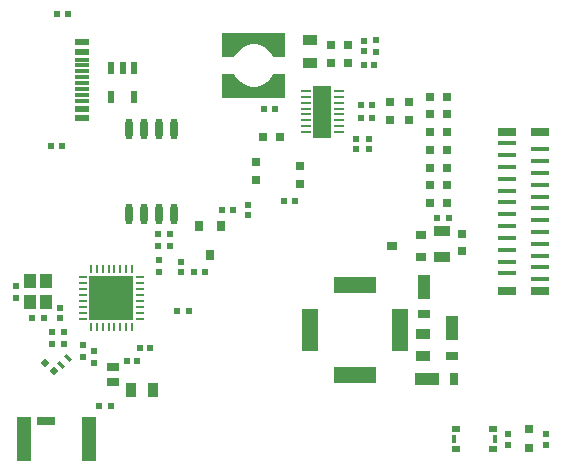
<source format=gtp>
G04*
G04 #@! TF.GenerationSoftware,Altium Limited,Altium Designer,22.11.1 (43)*
G04*
G04 Layer_Color=8421504*
%FSLAX44Y44*%
%MOMM*%
G71*
G04*
G04 #@! TF.SameCoordinates,19EFE751-6C9E-4A45-9E6E-4A8D767E2655*
G04*
G04*
G04 #@! TF.FilePolarity,Positive*
G04*
G01*
G75*
%ADD20R,1.5000X0.8000*%
%ADD21R,1.5000X0.4000*%
%ADD22R,0.8000X0.8000*%
%ADD23R,0.5500X0.5500*%
%ADD24R,0.5500X0.5500*%
%ADD25R,0.9500X0.6500*%
%ADD26R,0.5000X0.5000*%
%ADD27R,0.6500X0.9500*%
%ADD28R,0.5000X0.5000*%
%ADD29R,1.0000X1.2000*%
%ADD30R,0.9000X1.3000*%
%ADD31R,1.0160X0.6350*%
%ADD32P,0.7071X4X360.0*%
%ADD33R,1.1500X3.8000*%
%ADD34R,1.6500X0.7500*%
%ADD35R,0.6500X0.6000*%
%ADD36R,0.3500X0.7000*%
%ADD37R,1.1000X0.8000*%
%ADD38R,1.1000X2.0000*%
%ADD39R,1.3000X0.9000*%
%ADD40R,0.8000X1.1000*%
%ADD41R,2.0000X1.1000*%
%ADD42R,1.4000X3.6000*%
%ADD43R,3.6000X1.4000*%
%ADD44R,1.4500X0.9000*%
%ADD45R,0.8000X0.8000*%
%ADD46R,0.9000X0.2500*%
%ADD47R,1.4900X4.4000*%
%ADD48O,0.6000X1.8000*%
%ADD49R,0.6000X1.1000*%
%ADD50R,1.1500X0.6000*%
%ADD51R,1.1500X0.3000*%
G04:AMPARAMS|DCode=52|XSize=0.3556mm|YSize=0.6604mm|CornerRadius=0mm|HoleSize=0mm|Usage=FLASHONLY|Rotation=225.000|XOffset=0mm|YOffset=0mm|HoleType=Round|Shape=Rectangle|*
%AMROTATEDRECTD52*
4,1,4,-0.1078,0.3592,0.3592,-0.1078,0.1078,-0.3592,-0.3592,0.1078,-0.1078,0.3592,0.0*
%
%ADD52ROTATEDRECTD52*%

%ADD53R,3.7000X3.7000*%
%ADD54O,0.8000X0.2500*%
%ADD55O,0.2500X0.8000*%
G36*
X205636Y366005D02*
X206422Y364485D01*
X208407Y361703D01*
X210883Y359346D01*
X213759Y357500D01*
X216933Y356230D01*
X220290Y355584D01*
X223708Y355584D01*
X227065Y356230D01*
X230239Y357499D01*
X233116Y359345D01*
X235592Y361701D01*
X237577Y364483D01*
X238363Y366003D01*
X238364Y366003D01*
X248500D01*
Y346003D01*
X195500D01*
Y366003D01*
X195503Y366005D01*
X205636D01*
X205636Y366005D01*
D02*
G37*
G36*
X248500Y381003D02*
X248497Y381000D01*
X238364D01*
X237578Y382520D01*
X235593Y385302D01*
X233117Y387659D01*
X230240Y389506D01*
X227067Y390775D01*
X223710Y391421D01*
X220292Y391421D01*
X216935Y390775D01*
X213761Y389506D01*
X210884Y387660D01*
X208408Y385304D01*
X206423Y382522D01*
X205637Y381002D01*
X205636Y381003D01*
X195500D01*
Y401003D01*
X248500D01*
Y381003D01*
D02*
G37*
D20*
X464000Y317500D02*
D03*
X436000D02*
D03*
X464000Y182500D02*
D03*
X436000D02*
D03*
D21*
Y287500D02*
D03*
X464000Y282500D02*
D03*
X436000Y267500D02*
D03*
X464000Y262500D02*
D03*
Y242500D02*
D03*
X436000Y247500D02*
D03*
X464000Y222500D02*
D03*
X436000Y227500D02*
D03*
X464000Y212500D02*
D03*
X436000Y217500D02*
D03*
X464000Y192500D02*
D03*
X436000Y197500D02*
D03*
X464000Y202500D02*
D03*
X436000Y207500D02*
D03*
Y237500D02*
D03*
X464000Y232500D02*
D03*
X436000Y257500D02*
D03*
X464000Y252500D02*
D03*
Y272500D02*
D03*
X436000Y277500D02*
D03*
X464000Y292500D02*
D03*
Y302500D02*
D03*
X436000Y297500D02*
D03*
Y307500D02*
D03*
D22*
X224000Y291500D02*
D03*
Y276500D02*
D03*
X260997Y288500D02*
D03*
Y273500D02*
D03*
X455000Y50000D02*
D03*
Y66000D02*
D03*
X398000Y215990D02*
D03*
Y230990D02*
D03*
X302008Y391003D02*
D03*
Y376003D02*
D03*
X287005Y391003D02*
D03*
Y376003D02*
D03*
D23*
X247500Y259000D02*
D03*
X256500D02*
D03*
X195000Y251000D02*
D03*
X204000D02*
D03*
X171500Y198997D02*
D03*
X180500D02*
D03*
X125500Y134497D02*
D03*
X134500D02*
D03*
X114500Y123495D02*
D03*
X123500D02*
D03*
X313000Y328997D02*
D03*
X322000D02*
D03*
X313000Y340000D02*
D03*
X322000D02*
D03*
X239731Y337000D02*
D03*
X230731D02*
D03*
X50500Y305000D02*
D03*
X59500D02*
D03*
X55500Y417000D02*
D03*
X64500D02*
D03*
X315010Y373998D02*
D03*
X324010D02*
D03*
D24*
X217000Y246500D02*
D03*
Y255500D02*
D03*
X160497Y207500D02*
D03*
Y198500D02*
D03*
X58000Y159500D02*
D03*
Y168500D02*
D03*
X469000Y61500D02*
D03*
Y52500D02*
D03*
X437000Y52500D02*
D03*
Y61500D02*
D03*
X315010Y394502D02*
D03*
Y385503D02*
D03*
X319205Y311500D02*
D03*
Y302500D02*
D03*
X308203Y311500D02*
D03*
Y302500D02*
D03*
D25*
X338750Y220502D02*
D03*
X363250Y230002D02*
D03*
Y211003D02*
D03*
D26*
X150999Y230497D02*
D03*
X140999D02*
D03*
X150999Y220495D02*
D03*
X140999D02*
D03*
X167000Y166000D02*
D03*
X157000D02*
D03*
X34232Y159652D02*
D03*
X44232D02*
D03*
X91000Y85001D02*
D03*
X101000D02*
D03*
X377500Y244492D02*
D03*
X387500D02*
D03*
D27*
X185000Y212750D02*
D03*
X175500Y237250D02*
D03*
X194500D02*
D03*
D28*
X141999Y199000D02*
D03*
Y209000D02*
D03*
X20963Y176500D02*
D03*
Y186500D02*
D03*
X51494Y138001D02*
D03*
Y148001D02*
D03*
X61499Y138000D02*
D03*
Y148000D02*
D03*
X76999Y127001D02*
D03*
Y137001D02*
D03*
X325513Y385000D02*
D03*
Y395000D02*
D03*
X86999Y132001D02*
D03*
Y122000D02*
D03*
D29*
X32731Y190651D02*
D03*
X45732D02*
D03*
X32731Y173651D02*
D03*
X45732D02*
D03*
D30*
X117992Y98859D02*
D03*
X136992D02*
D03*
D31*
X103000Y118350D02*
D03*
Y105650D02*
D03*
D32*
X45465Y121536D02*
D03*
X52537Y114465D02*
D03*
D33*
X82250Y56999D02*
D03*
X27750D02*
D03*
D34*
X45750Y72249D02*
D03*
D35*
X393250Y65500D02*
D03*
X424750D02*
D03*
X393250Y48500D02*
D03*
X424750D02*
D03*
D36*
X391750Y57000D02*
D03*
X426250D02*
D03*
D37*
X390000Y127750D02*
D03*
X366502Y162750D02*
D03*
D38*
X390000Y151100D02*
D03*
X366502Y186100D02*
D03*
D39*
X365503Y127500D02*
D03*
Y146500D02*
D03*
X269503Y376003D02*
D03*
Y395003D02*
D03*
D40*
X391753Y107998D02*
D03*
D41*
X368402D02*
D03*
D42*
X269500Y149500D02*
D03*
X345500D02*
D03*
D43*
X307500Y111500D02*
D03*
Y187500D02*
D03*
D44*
X381482Y211224D02*
D03*
Y233224D02*
D03*
D45*
X386000Y256995D02*
D03*
X371001D02*
D03*
X385999Y271998D02*
D03*
X370999D02*
D03*
X385999Y287000D02*
D03*
X370999D02*
D03*
X385999Y302003D02*
D03*
X370999D02*
D03*
X385999Y317005D02*
D03*
X370999D02*
D03*
X385999Y332007D02*
D03*
X370999D02*
D03*
X385999Y347010D02*
D03*
X370999D02*
D03*
X353000Y327500D02*
D03*
X337000D02*
D03*
X353000Y342500D02*
D03*
X337000D02*
D03*
X244500Y313000D02*
D03*
X229500D02*
D03*
D46*
X293900Y317000D02*
D03*
Y322000D02*
D03*
Y327000D02*
D03*
Y332000D02*
D03*
Y337000D02*
D03*
Y342000D02*
D03*
Y347000D02*
D03*
Y352000D02*
D03*
X266000Y317000D02*
D03*
Y322000D02*
D03*
Y327000D02*
D03*
Y332000D02*
D03*
Y337000D02*
D03*
Y342000D02*
D03*
Y347000D02*
D03*
Y352000D02*
D03*
D47*
X279950Y334500D02*
D03*
D48*
X116147Y248000D02*
D03*
X128847D02*
D03*
X141547D02*
D03*
X154247D02*
D03*
X116147Y320000D02*
D03*
X128847D02*
D03*
X141547D02*
D03*
X154247D02*
D03*
D49*
X120500Y371500D02*
D03*
X111000D02*
D03*
X101500D02*
D03*
Y346500D02*
D03*
X120500D02*
D03*
D50*
X76750Y385000D02*
D03*
Y337000D02*
D03*
Y329000D02*
D03*
Y393000D02*
D03*
D51*
Y378500D02*
D03*
Y373500D02*
D03*
Y368500D02*
D03*
Y353500D02*
D03*
Y363500D02*
D03*
Y358500D02*
D03*
Y348500D02*
D03*
Y343500D02*
D03*
D52*
X59126Y120126D02*
D03*
X64874Y125874D02*
D03*
D53*
X101500Y176500D02*
D03*
D54*
X77250Y159000D02*
D03*
Y164000D02*
D03*
Y169000D02*
D03*
Y174000D02*
D03*
Y179000D02*
D03*
Y184000D02*
D03*
Y189000D02*
D03*
Y194000D02*
D03*
X125750D02*
D03*
Y189000D02*
D03*
Y184000D02*
D03*
Y179000D02*
D03*
Y174000D02*
D03*
Y169000D02*
D03*
Y164000D02*
D03*
Y159000D02*
D03*
D55*
X84000Y200750D02*
D03*
X89000D02*
D03*
X94000D02*
D03*
X99000D02*
D03*
X104000D02*
D03*
X109000D02*
D03*
X114000D02*
D03*
X119000D02*
D03*
Y152250D02*
D03*
X114000D02*
D03*
X109000D02*
D03*
X104000D02*
D03*
X99000D02*
D03*
X94000D02*
D03*
X89000D02*
D03*
X84000D02*
D03*
M02*

</source>
